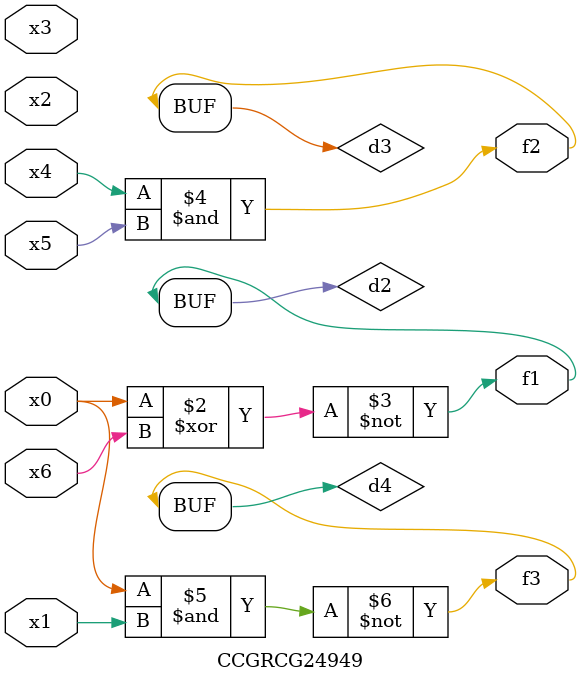
<source format=v>
module CCGRCG24949(
	input x0, x1, x2, x3, x4, x5, x6,
	output f1, f2, f3
);

	wire d1, d2, d3, d4;

	nor (d1, x0);
	xnor (d2, x0, x6);
	and (d3, x4, x5);
	nand (d4, x0, x1);
	assign f1 = d2;
	assign f2 = d3;
	assign f3 = d4;
endmodule

</source>
